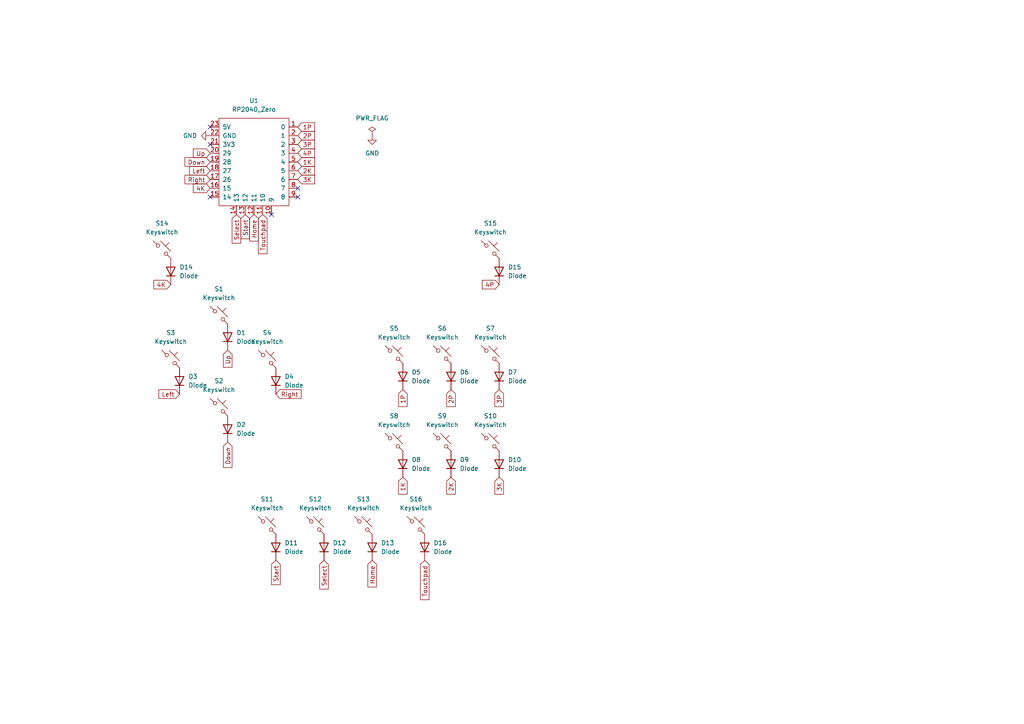
<source format=kicad_sch>
(kicad_sch (version 20230121) (generator eeschema)
  (paper "A4")
  (lib_symbols
    (symbol "ScottoKeebs:MCU_RP2040_Zero" (pin_names (offset 1.016))
      (property "Reference" "U" (at 0 15.24 0))
      (property "Value" "RP2040_Zero" (at 0 12.7 0))
      (symbol "MCU_RP2040_Zero_0_1"
        (rectangle (start -10.16 11.43) (end 10.16 -13.97))
      )
      (symbol "MCU_RP2040_Zero_1_1"
        (pin bidirectional line (at 12.7 8.89 180) (length 2.54) (name "0") (number "1"))
        (pin bidirectional line (at 5.08 -16.51 90) (length 2.54) (name "9") (number "10"))
        (pin bidirectional line (at 2.54 -16.51 90) (length 2.54) (name "10") (number "11"))
        (pin bidirectional line (at 0 -16.51 90) (length 2.54) (name "11") (number "12"))
        (pin bidirectional line (at -2.54 -16.51 90) (length 2.54) (name "12") (number "13"))
        (pin bidirectional line (at -5.08 -16.51 90) (length 2.54) (name "13") (number "14"))
        (pin bidirectional line (at -12.7 -11.43 0) (length 2.54) (name "14") (number "15"))
        (pin bidirectional line (at -12.7 -8.89 0) (length 2.54) (name "15") (number "16"))
        (pin bidirectional line (at -12.7 -6.35 0) (length 2.54) (name "26") (number "17"))
        (pin bidirectional line (at -12.7 -3.81 0) (length 2.54) (name "27") (number "18"))
        (pin bidirectional line (at -12.7 -1.27 0) (length 2.54) (name "28") (number "19"))
        (pin bidirectional line (at 12.7 6.35 180) (length 2.54) (name "1") (number "2"))
        (pin bidirectional line (at -12.7 1.27 0) (length 2.54) (name "29") (number "20"))
        (pin power_out line (at -12.7 3.81 0) (length 2.54) (name "3V3") (number "21"))
        (pin power_out line (at -12.7 6.35 0) (length 2.54) (name "GND") (number "22"))
        (pin power_out line (at -12.7 8.89 0) (length 2.54) (name "5V") (number "23"))
        (pin bidirectional line (at 12.7 3.81 180) (length 2.54) (name "2") (number "3"))
        (pin bidirectional line (at 12.7 1.27 180) (length 2.54) (name "3") (number "4"))
        (pin bidirectional line (at 12.7 -1.27 180) (length 2.54) (name "4") (number "5"))
        (pin bidirectional line (at 12.7 -3.81 180) (length 2.54) (name "5") (number "6"))
        (pin bidirectional line (at 12.7 -6.35 180) (length 2.54) (name "6") (number "7"))
        (pin bidirectional line (at 12.7 -8.89 180) (length 2.54) (name "7") (number "8"))
        (pin bidirectional line (at 12.7 -11.43 180) (length 2.54) (name "8") (number "9"))
      )
    )
    (symbol "ScottoKeebs:Placeholder_Diode" (pin_numbers hide) (pin_names hide)
      (property "Reference" "D" (at 0 2.54 0))
      (property "Value" "Diode" (at 0 -2.54 0))
      (symbol "Placeholder_Diode_0_1"
        (polyline (pts (xy -1.27 1.27) (xy -1.27 -1.27)) (stroke (width 0.254)))
        (polyline (pts (xy 1.27 0) (xy -1.27 0)))
        (polyline (pts (xy 1.27 1.27) (xy 1.27 -1.27) (xy -1.27 0) (xy 1.27 1.27)) (stroke (width 0.254)))
      )
      (symbol "Placeholder_Diode_1_1"
        (pin passive line (at -3.81 0 0) (length 2.54) (name "K") (number "1"))
        (pin passive line (at 3.81 0 180) (length 2.54) (name "A") (number "2"))
      )
    )
    (symbol "ScottoKeebs:Placeholder_Keyswitch" (pin_numbers hide) (pin_names (offset 1.016) hide)
      (property "Reference" "S" (at 3.048 1.016 0))
      (property "Value" "Keyswitch" (at 0 -3.81 0))
      (symbol "Placeholder_Keyswitch_0_1"
        (circle (center -1.1684 1.1684) (radius 0.508))
        (polyline (pts (xy -0.508 2.54) (xy 2.54 -0.508)))
        (polyline (pts (xy 1.016 1.016) (xy 2.032 2.032)))
        (polyline (pts (xy -2.54 2.54) (xy -1.524 1.524) (xy -1.524 1.524)))
        (polyline (pts (xy 1.524 -1.524) (xy 2.54 -2.54) (xy 2.54 -2.54) (xy 2.54 -2.54)))
        (circle (center 1.143 -1.1938) (radius 0.508))
        (pin passive line (at -2.54 2.54 0) (length 0) (name "1") (number "1"))
        (pin passive line (at 2.54 -2.54 180) (length 0) (name "2") (number "2"))
      )
    )
    (symbol "power:GND" (power) (pin_names (offset 0))
      (property "Value" "GND" (at 0 -3.81 0))
      (symbol "GND_0_1"
        (polyline (pts (xy 0 0) (xy 0 -1.27) (xy 1.27 -1.27) (xy 0 -2.54) (xy -1.27 -1.27) (xy 0 -1.27)))
      )
      (symbol "GND_1_1"
        (pin power_in line (at 0 0 270) (length 0) hide (name "GND") (number "1"))
      )
    )
    (symbol "power:PWR_FLAG" (power) (pin_numbers hide) (pin_names (offset 0) hide)
      (property "Value" "PWR_FLAG" (at 0 3.81 0))
      (symbol "PWR_FLAG_0_0"
        (pin power_out line (at 0 0 90) (length 0) (name "pwr") (number "1"))
      )
      (symbol "PWR_FLAG_0_1"
        (polyline (pts (xy 0 0) (xy 0 1.27) (xy -1.016 1.905) (xy 0 2.54) (xy 1.016 1.905) (xy 0 1.27)))
      )
    )
  )
  (no_connect (at 60.96 57.15))
  (no_connect (at 86.36 57.15))
  (no_connect (at 60.96 36.83))
  (no_connect (at 86.36 54.61))
  (no_connect (at 78.74 62.23))
  (no_connect (at 60.96 41.91))
  (global_label "Left" (shape input) (at 52.07 114.3 180) (property "Intersheetrefs" "${INTERSHEET_REFS}" (effects hide)))
  (global_label "1P" (shape input) (at 86.36 36.83 0) (property "Intersheetrefs" "${INTERSHEET_REFS}" (effects hide)))
  (global_label "Select" (shape input) (at 93.98 162.56 270) (property "Intersheetrefs" "${INTERSHEET_REFS}" (effects hide)))
  (global_label "Home" (shape input) (at 107.95 162.56 270) (property "Intersheetrefs" "${INTERSHEET_REFS}" (effects hide)))
  (global_label "Down" (shape input) (at 60.96 46.99 180) (property "Intersheetrefs" "${INTERSHEET_REFS}" (effects hide)))
  (global_label "2P" (shape input) (at 86.36 39.37 0) (property "Intersheetrefs" "${INTERSHEET_REFS}" (effects hide)))
  (global_label "Touchpad" (shape input) (at 123.19 162.56 270) (property "Intersheetrefs" "${INTERSHEET_REFS}" (effects hide)))
  (global_label "1K" (shape input) (at 86.36 46.99 0) (property "Intersheetrefs" "${INTERSHEET_REFS}" (effects hide)))
  (global_label "1K" (shape input) (at 116.84 138.43 270) (property "Intersheetrefs" "${INTERSHEET_REFS}" (effects hide)))
  (global_label "4P" (shape input) (at 144.78 82.55 180) (property "Intersheetrefs" "${INTERSHEET_REFS}" (effects hide)))
  (global_label "Start" (shape input) (at 71.12 62.23 270) (property "Intersheetrefs" "${INTERSHEET_REFS}" (effects hide)))
  (global_label "4P" (shape input) (at 86.36 44.45 0) (property "Intersheetrefs" "${INTERSHEET_REFS}" (effects hide)))
  (global_label "Home" (shape input) (at 73.66 62.23 270) (property "Intersheetrefs" "${INTERSHEET_REFS}" (effects hide)))
  (global_label "4K" (shape input) (at 60.96 54.61 180) (property "Intersheetrefs" "${INTERSHEET_REFS}" (effects hide)))
  (global_label "Up" (shape input) (at 60.96 44.45 180) (property "Intersheetrefs" "${INTERSHEET_REFS}" (effects hide)))
  (global_label "Select" (shape input) (at 68.58 62.23 270) (property "Intersheetrefs" "${INTERSHEET_REFS}" (effects hide)))
  (global_label "Right" (shape input) (at 80.01 114.3 0) (property "Intersheetrefs" "${INTERSHEET_REFS}" (effects hide)))
  (global_label "Up" (shape input) (at 66.04 101.6 270) (property "Intersheetrefs" "${INTERSHEET_REFS}" (effects hide)))
  (global_label "3P" (shape input) (at 144.78 113.03 270) (property "Intersheetrefs" "${INTERSHEET_REFS}" (effects hide)))
  (global_label "1P" (shape input) (at 116.84 113.03 270) (property "Intersheetrefs" "${INTERSHEET_REFS}" (effects hide)))
  (global_label "Down" (shape input) (at 66.04 128.27 270) (property "Intersheetrefs" "${INTERSHEET_REFS}" (effects hide)))
  (global_label "3P" (shape input) (at 86.36 41.91 0) (property "Intersheetrefs" "${INTERSHEET_REFS}" (effects hide)))
  (global_label "4K" (shape input) (at 49.53 82.55 180) (property "Intersheetrefs" "${INTERSHEET_REFS}" (effects hide)))
  (global_label "Touchpad" (shape input) (at 76.2 62.23 270) (property "Intersheetrefs" "${INTERSHEET_REFS}" (effects hide)))
  (global_label "2K" (shape input) (at 130.81 138.43 270) (property "Intersheetrefs" "${INTERSHEET_REFS}" (effects hide)))
  (global_label "Left" (shape input) (at 60.96 49.53 180) (property "Intersheetrefs" "${INTERSHEET_REFS}" (effects hide)))
  (global_label "3K" (shape input) (at 86.36 52.07 0) (property "Intersheetrefs" "${INTERSHEET_REFS}" (effects hide)))
  (global_label "3K" (shape input) (at 144.78 138.43 270) (property "Intersheetrefs" "${INTERSHEET_REFS}" (effects hide)))
  (global_label "2K" (shape input) (at 86.36 49.53 0) (property "Intersheetrefs" "${INTERSHEET_REFS}" (effects hide)))
  (global_label "Start" (shape input) (at 80.01 162.56 270) (property "Intersheetrefs" "${INTERSHEET_REFS}" (effects hide)))
  (global_label "Right" (shape input) (at 60.96 52.07 180) (property "Intersheetrefs" "${INTERSHEET_REFS}" (effects hide)))
  (global_label "2P" (shape input) (at 130.81 113.03 270) (property "Intersheetrefs" "${INTERSHEET_REFS}" (effects hide)))
  (symbol (lib_id "ScottoKeebs:Placeholder_Diode") (at 116.84 134.62 90) (unit 1)
    (property "Reference" "D8" (at 119.38 133.35 90) (effects (justify right)))
    (property "Value" "Diode" (at 119.38 135.89 90) (effects (justify right)))
    (property "Footprint" "ScottoKeebs_Components:Diode_DO-35" (effects hide))
    (property "Sim.Device" "D" (effects hide))
    (property "Sim.Pins" "1=K 2=A" (effects hide))
  )
  (symbol (lib_id "ScottoKeebs:Placeholder_Keyswitch") (at 63.5 91.44 0) (unit 1)
    (property "Reference" "S1" (at 63.5 83.82 0))
    (property "Value" "Keyswitch" (at 63.5 86.36 0))
    (property "Footprint" "Button_Switch_THT:SW_PUSH_6mm_H5mm" (effects hide))
  )
  (symbol (lib_id "ScottoKeebs:Placeholder_Keyswitch") (at 91.44 152.4 0) (unit 1)
    (property "Reference" "S12" (at 91.44 144.78 0))
    (property "Value" "Keyswitch" (at 91.44 147.32 0))
    (property "Footprint" "Button_Switch_THT:SW_PUSH_6mm_H5mm" (effects hide))
  )
  (symbol (lib_id "ScottoKeebs:Placeholder_Keyswitch") (at 128.27 128.27 0) (unit 1)
    (property "Reference" "S9" (at 128.27 120.65 0))
    (property "Value" "Keyswitch" (at 128.27 123.19 0))
    (property "Footprint" "Button_Switch_THT:SW_PUSH_6mm_H5mm" (effects hide))
  )
  (symbol (lib_id "ScottoKeebs:Placeholder_Diode") (at 49.53 78.74 90) (unit 1)
    (property "Reference" "D14" (at 52.07 77.47 90) (effects (justify right)))
    (property "Value" "Diode" (at 52.07 80.01 90) (effects (justify right)))
    (property "Footprint" "ScottoKeebs_Components:Diode_DO-35" (effects hide))
    (property "Sim.Device" "D" (effects hide))
    (property "Sim.Pins" "1=K 2=A" (effects hide))
  )
  (symbol (lib_id "ScottoKeebs:Placeholder_Keyswitch") (at 120.65 152.4 0) (unit 1)
    (property "Reference" "S16" (at 120.65 144.78 0))
    (property "Value" "Keyswitch" (at 120.65 147.32 0))
    (property "Footprint" "Button_Switch_THT:SW_PUSH_6mm_H5mm" (effects hide))
  )
  (symbol (lib_id "ScottoKeebs:Placeholder_Diode") (at 66.04 97.79 90) (unit 1)
    (property "Reference" "D1" (at 68.58 96.52 90) (effects (justify right)))
    (property "Value" "Diode" (at 68.58 99.06 90) (effects (justify right)))
    (property "Footprint" "ScottoKeebs_Components:Diode_DO-35" (effects hide))
    (property "Sim.Device" "D" (effects hide))
    (property "Sim.Pins" "1=K 2=A" (effects hide))
  )
  (symbol (lib_id "ScottoKeebs:Placeholder_Keyswitch") (at 77.47 104.14 0) (unit 1)
    (property "Reference" "S4" (at 77.47 96.52 0))
    (property "Value" "Keyswitch" (at 77.47 99.06 0))
    (property "Footprint" "Button_Switch_THT:SW_PUSH_6mm_H5mm" (effects hide))
  )
  (symbol (lib_id "ScottoKeebs:Placeholder_Diode") (at 130.81 134.62 90) (unit 1)
    (property "Reference" "D9" (at 133.35 133.35 90) (effects (justify right)))
    (property "Value" "Diode" (at 133.35 135.89 90) (effects (justify right)))
    (property "Footprint" "ScottoKeebs_Components:Diode_DO-35" (effects hide))
    (property "Sim.Device" "D" (effects hide))
    (property "Sim.Pins" "1=K 2=A" (effects hide))
  )
  (symbol (lib_id "ScottoKeebs:Placeholder_Diode") (at 80.01 158.75 90) (unit 1)
    (property "Reference" "D11" (at 82.55 157.48 90) (effects (justify right)))
    (property "Value" "Diode" (at 82.55 160.02 90) (effects (justify right)))
    (property "Footprint" "ScottoKeebs_Components:Diode_DO-35" (effects hide))
    (property "Sim.Device" "D" (effects hide))
    (property "Sim.Pins" "1=K 2=A" (effects hide))
  )
  (symbol (lib_id "ScottoKeebs:Placeholder_Keyswitch") (at 46.99 72.39 0) (unit 1)
    (property "Reference" "S14" (at 46.99 64.77 0))
    (property "Value" "Keyswitch" (at 46.99 67.31 0))
    (property "Footprint" "Button_Switch_THT:SW_Tactile_SPST_Angled_PTS645Vx39-2LFS" (effects hide))
  )
  (symbol (lib_id "ScottoKeebs:Placeholder_Keyswitch") (at 63.5 118.11 0) (unit 1)
    (property "Reference" "S2" (at 63.5 110.49 0))
    (property "Value" "Keyswitch" (at 63.5 113.03 0))
    (property "Footprint" "Button_Switch_THT:SW_PUSH_6mm_H5mm" (effects hide))
  )
  (symbol (lib_id "ScottoKeebs:Placeholder_Diode") (at 93.98 158.75 90) (unit 1)
    (property "Reference" "D12" (at 96.52 157.48 90) (effects (justify right)))
    (property "Value" "Diode" (at 96.52 160.02 90) (effects (justify right)))
    (property "Footprint" "ScottoKeebs_Components:Diode_DO-35" (effects hide))
    (property "Sim.Device" "D" (effects hide))
    (property "Sim.Pins" "1=K 2=A" (effects hide))
  )
  (symbol (lib_id "power:PWR_FLAG") (at 107.95 39.37 0) (unit 1)
    (property "Reference" "#FLG01" (effects hide))
    (property "Value" "PWR_FLAG" (at 107.95 34.29 0))
  )
  (symbol (lib_id "ScottoKeebs:Placeholder_Keyswitch") (at 142.24 128.27 0) (unit 1)
    (property "Reference" "S10" (at 142.24 120.65 0))
    (property "Value" "Keyswitch" (at 142.24 123.19 0))
    (property "Footprint" "Button_Switch_THT:SW_PUSH_6mm_H5mm" (effects hide))
  )
  (symbol (lib_id "ScottoKeebs:Placeholder_Diode") (at 66.04 124.46 90) (unit 1)
    (property "Reference" "D2" (at 68.58 123.19 90) (effects (justify right)))
    (property "Value" "Diode" (at 68.58 125.73 90) (effects (justify right)))
    (property "Footprint" "ScottoKeebs_Components:Diode_DO-35" (effects hide))
    (property "Sim.Device" "D" (effects hide))
    (property "Sim.Pins" "1=K 2=A" (effects hide))
  )
  (symbol (lib_id "ScottoKeebs:Placeholder_Diode") (at 123.19 158.75 90) (unit 1)
    (property "Reference" "D16" (at 125.73 157.48 90) (effects (justify right)))
    (property "Value" "Diode" (at 125.73 160.02 90) (effects (justify right)))
    (property "Footprint" "ScottoKeebs_Components:Diode_DO-35" (effects hide))
    (property "Sim.Device" "D" (effects hide))
    (property "Sim.Pins" "1=K 2=A" (effects hide))
  )
  (symbol (lib_id "ScottoKeebs:Placeholder_Keyswitch") (at 128.27 102.87 0) (unit 1)
    (property "Reference" "S6" (at 128.27 95.25 0))
    (property "Value" "Keyswitch" (at 128.27 97.79 0))
    (property "Footprint" "Button_Switch_THT:SW_PUSH_6mm_H5mm" (effects hide))
  )
  (symbol (lib_id "ScottoKeebs:Placeholder_Diode") (at 116.84 109.22 90) (unit 1)
    (property "Reference" "D5" (at 119.38 107.95 90) (effects (justify right)))
    (property "Value" "Diode" (at 119.38 110.49 90) (effects (justify right)))
    (property "Footprint" "ScottoKeebs_Components:Diode_DO-35" (effects hide))
    (property "Sim.Device" "D" (effects hide))
    (property "Sim.Pins" "1=K 2=A" (effects hide))
  )
  (symbol (lib_id "ScottoKeebs:Placeholder_Diode") (at 144.78 134.62 90) (unit 1)
    (property "Reference" "D10" (at 147.32 133.35 90) (effects (justify right)))
    (property "Value" "Diode" (at 147.32 135.89 90) (effects (justify right)))
    (property "Footprint" "ScottoKeebs_Components:Diode_DO-35" (effects hide))
    (property "Sim.Device" "D" (effects hide))
    (property "Sim.Pins" "1=K 2=A" (effects hide))
  )
  (symbol (lib_id "power:GND") (at 107.95 39.37 0) (unit 1)
    (property "Reference" "#PWR01" (effects hide))
    (property "Value" "GND" (at 107.95 44.45 0))
  )
  (symbol (lib_id "ScottoKeebs:Placeholder_Diode") (at 144.78 109.22 90) (unit 1)
    (property "Reference" "D7" (at 147.32 107.95 90) (effects (justify right)))
    (property "Value" "Diode" (at 147.32 110.49 90) (effects (justify right)))
    (property "Footprint" "ScottoKeebs_Components:Diode_DO-35" (effects hide))
    (property "Sim.Device" "D" (effects hide))
    (property "Sim.Pins" "1=K 2=A" (effects hide))
  )
  (symbol (lib_id "ScottoKeebs:Placeholder_Keyswitch") (at 142.24 72.39 0) (unit 1)
    (property "Reference" "S15" (at 142.24 64.77 0))
    (property "Value" "Keyswitch" (at 142.24 67.31 0))
    (property "Footprint" "Button_Switch_THT:SW_Tactile_SPST_Angled_PTS645Vx39-2LFS" (effects hide))
  )
  (symbol (lib_id "ScottoKeebs:Placeholder_Keyswitch") (at 114.3 102.87 0) (unit 1)
    (property "Reference" "S5" (at 114.3 95.25 0))
    (property "Value" "Keyswitch" (at 114.3 97.79 0))
    (property "Footprint" "Button_Switch_THT:SW_PUSH_6mm_H5mm" (effects hide))
  )
  (symbol (lib_id "ScottoKeebs:Placeholder_Diode") (at 130.81 109.22 90) (unit 1)
    (property "Reference" "D6" (at 133.35 107.95 90) (effects (justify right)))
    (property "Value" "Diode" (at 133.35 110.49 90) (effects (justify right)))
    (property "Footprint" "ScottoKeebs_Components:Diode_DO-35" (effects hide))
    (property "Sim.Device" "D" (effects hide))
    (property "Sim.Pins" "1=K 2=A" (effects hide))
  )
  (symbol (lib_id "ScottoKeebs:Placeholder_Keyswitch") (at 105.41 152.4 0) (unit 1)
    (property "Reference" "S13" (at 105.41 144.78 0))
    (property "Value" "Keyswitch" (at 105.41 147.32 0))
    (property "Footprint" "Button_Switch_THT:SW_PUSH_6mm_H5mm" (effects hide))
  )
  (symbol (lib_id "ScottoKeebs:MCU_RP2040_Zero") (at 73.66 45.72 0) (unit 1)
    (property "Reference" "U1" (at 73.66 29.21 0))
    (property "Value" "RP2040_Zero" (at 73.66 31.75 0))
    (property "Footprint" "ScottoKeebs_MCU:RP2040_Zero" (effects hide))
  )
  (symbol (lib_id "ScottoKeebs:Placeholder_Diode") (at 107.95 158.75 90) (unit 1)
    (property "Reference" "D13" (at 110.49 157.48 90) (effects (justify right)))
    (property "Value" "Diode" (at 110.49 160.02 90) (effects (justify right)))
    (property "Footprint" "ScottoKeebs_Components:Diode_DO-35" (effects hide))
    (property "Sim.Device" "D" (effects hide))
    (property "Sim.Pins" "1=K 2=A" (effects hide))
  )
  (symbol (lib_id "ScottoKeebs:Placeholder_Keyswitch") (at 49.53 104.14 0) (unit 1)
    (property "Reference" "S3" (at 49.53 96.52 0))
    (property "Value" "Keyswitch" (at 49.53 99.06 0))
    (property "Footprint" "Button_Switch_THT:SW_PUSH_6mm_H5mm" (effects hide))
  )
  (symbol (lib_id "ScottoKeebs:Placeholder_Keyswitch") (at 114.3 128.27 0) (unit 1)
    (property "Reference" "S8" (at 114.3 120.65 0))
    (property "Value" "Keyswitch" (at 114.3 123.19 0))
    (property "Footprint" "Button_Switch_THT:SW_PUSH_6mm_H5mm" (effects hide))
  )
  (symbol (lib_id "ScottoKeebs:Placeholder_Diode") (at 52.07 110.49 90) (unit 1)
    (property "Reference" "D3" (at 54.61 109.22 90) (effects (justify right)))
    (property "Value" "Diode" (at 54.61 111.76 90) (effects (justify right)))
    (property "Footprint" "ScottoKeebs_Components:Diode_DO-35" (effects hide))
    (property "Sim.Device" "D" (effects hide))
    (property "Sim.Pins" "1=K 2=A" (effects hide))
  )
  (symbol (lib_id "ScottoKeebs:Placeholder_Diode") (at 80.01 110.49 90) (unit 1)
    (property "Reference" "D4" (at 82.55 109.22 90) (effects (justify right)))
    (property "Value" "Diode" (at 82.55 111.76 90) (effects (justify right)))
    (property "Footprint" "ScottoKeebs_Components:Diode_DO-35" (effects hide))
    (property "Sim.Device" "D" (effects hide))
    (property "Sim.Pins" "1=K 2=A" (effects hide))
  )
  (symbol (lib_id "ScottoKeebs:Placeholder_Diode") (at 144.78 78.74 90) (unit 1)
    (property "Reference" "D15" (at 147.32 77.47 90) (effects (justify right)))
    (property "Value" "Diode" (at 147.32 80.01 90) (effects (justify right)))
    (property "Footprint" "ScottoKeebs_Components:Diode_DO-35" (effects hide))
    (property "Sim.Device" "D" (effects hide))
    (property "Sim.Pins" "1=K 2=A" (effects hide))
  )
  (symbol (lib_id "power:GND") (at 60.96 39.37 270) (unit 1)
    (property "Reference" "#PWR02" (effects hide))
    (property "Value" "GND" (at 57.15 39.37 90) (effects (justify right)))
  )
  (symbol (lib_id "ScottoKeebs:Placeholder_Keyswitch") (at 77.47 152.4 0) (unit 1)
    (property "Reference" "S11" (at 77.47 144.78 0))
    (property "Value" "Keyswitch" (at 77.47 147.32 0))
    (property "Footprint" "Button_Switch_THT:SW_PUSH_6mm_H5mm" (effects hide))
  )
  (symbol (lib_id "ScottoKeebs:Placeholder_Keyswitch") (at 142.24 102.87 0) (unit 1)
    (property "Reference" "S7" (at 142.24 95.25 0))
    (property "Value" "Keyswitch" (at 142.24 97.79 0))
    (property "Footprint" "Button_Switch_THT:SW_PUSH_6mm_H5mm" (effects hide))
  )
)
</source>
